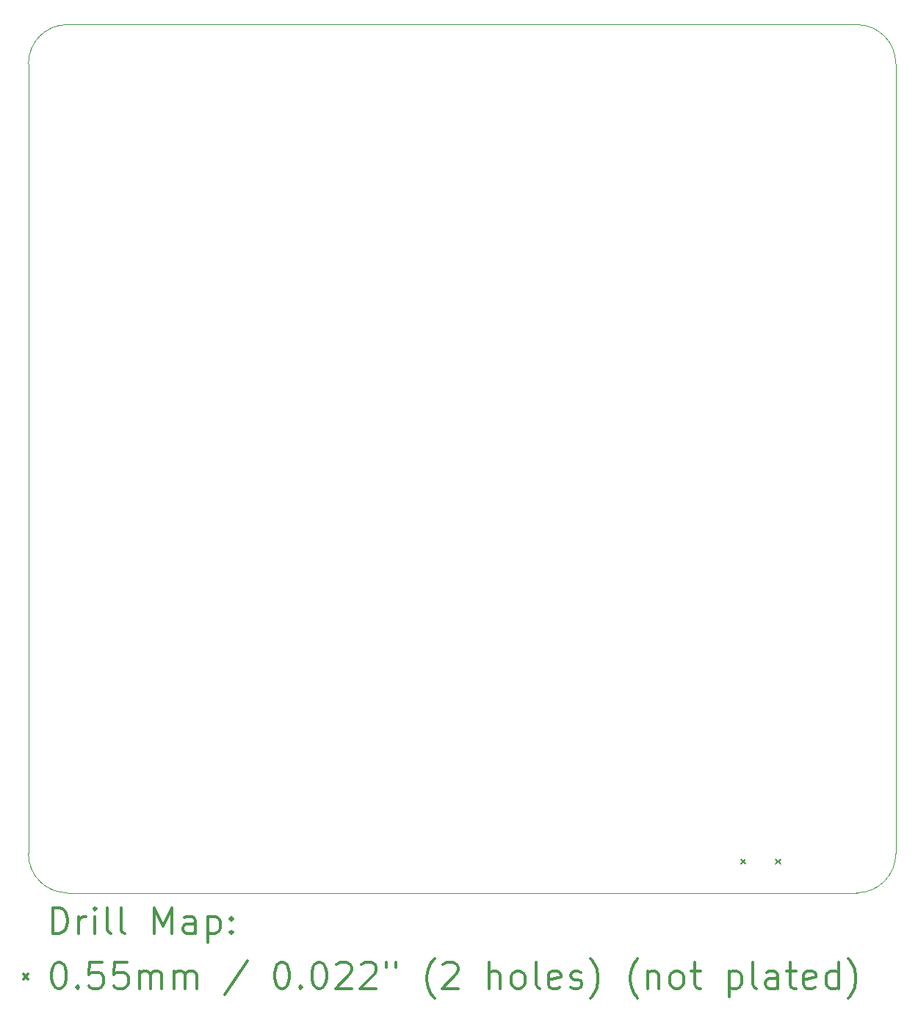
<source format=gbr>
%FSLAX45Y45*%
G04 Gerber Fmt 4.5, Leading zero omitted, Abs format (unit mm)*
G04 Created by KiCad (PCBNEW (5.1.8)-1) date 2021-07-13 16:05:35*
%MOMM*%
%LPD*%
G01*
G04 APERTURE LIST*
%TA.AperFunction,Profile*%
%ADD10C,0.100000*%
%TD*%
%ADD11C,0.200000*%
%ADD12C,0.300000*%
G04 APERTURE END LIST*
D10*
X7450000Y-15000000D02*
G75*
G02*
X7000000Y-14550000I0J450000D01*
G01*
X17000000Y-14550000D02*
G75*
G02*
X16550000Y-15000000I-450000J0D01*
G01*
X16550000Y-5000000D02*
G75*
G02*
X17000000Y-5450000I0J-450000D01*
G01*
X7000000Y-5450000D02*
G75*
G02*
X7450000Y-5000000I450000J0D01*
G01*
X7000000Y-5450000D02*
X7000000Y-14550000D01*
X16550000Y-5000000D02*
X7450000Y-5000000D01*
X17000000Y-14550000D02*
X17000000Y-5450000D01*
X7450000Y-15000030D02*
X16550000Y-15000000D01*
D11*
X15215000Y-14612500D02*
X15270000Y-14667500D01*
X15270000Y-14612500D02*
X15215000Y-14667500D01*
X15615000Y-14612500D02*
X15670000Y-14667500D01*
X15670000Y-14612500D02*
X15615000Y-14667500D01*
D12*
X7281428Y-15470744D02*
X7281428Y-15170744D01*
X7352857Y-15170744D01*
X7395714Y-15185030D01*
X7424286Y-15213601D01*
X7438571Y-15242173D01*
X7452857Y-15299316D01*
X7452857Y-15342173D01*
X7438571Y-15399316D01*
X7424286Y-15427887D01*
X7395714Y-15456459D01*
X7352857Y-15470744D01*
X7281428Y-15470744D01*
X7581428Y-15470744D02*
X7581428Y-15270744D01*
X7581428Y-15327887D02*
X7595714Y-15299316D01*
X7610000Y-15285030D01*
X7638571Y-15270744D01*
X7667143Y-15270744D01*
X7767143Y-15470744D02*
X7767143Y-15270744D01*
X7767143Y-15170744D02*
X7752857Y-15185030D01*
X7767143Y-15199316D01*
X7781428Y-15185030D01*
X7767143Y-15170744D01*
X7767143Y-15199316D01*
X7952857Y-15470744D02*
X7924286Y-15456459D01*
X7910000Y-15427887D01*
X7910000Y-15170744D01*
X8110000Y-15470744D02*
X8081428Y-15456459D01*
X8067143Y-15427887D01*
X8067143Y-15170744D01*
X8452857Y-15470744D02*
X8452857Y-15170744D01*
X8552857Y-15385030D01*
X8652857Y-15170744D01*
X8652857Y-15470744D01*
X8924286Y-15470744D02*
X8924286Y-15313601D01*
X8910000Y-15285030D01*
X8881428Y-15270744D01*
X8824286Y-15270744D01*
X8795714Y-15285030D01*
X8924286Y-15456459D02*
X8895714Y-15470744D01*
X8824286Y-15470744D01*
X8795714Y-15456459D01*
X8781428Y-15427887D01*
X8781428Y-15399316D01*
X8795714Y-15370744D01*
X8824286Y-15356459D01*
X8895714Y-15356459D01*
X8924286Y-15342173D01*
X9067143Y-15270744D02*
X9067143Y-15570744D01*
X9067143Y-15285030D02*
X9095714Y-15270744D01*
X9152857Y-15270744D01*
X9181428Y-15285030D01*
X9195714Y-15299316D01*
X9210000Y-15327887D01*
X9210000Y-15413601D01*
X9195714Y-15442173D01*
X9181428Y-15456459D01*
X9152857Y-15470744D01*
X9095714Y-15470744D01*
X9067143Y-15456459D01*
X9338571Y-15442173D02*
X9352857Y-15456459D01*
X9338571Y-15470744D01*
X9324286Y-15456459D01*
X9338571Y-15442173D01*
X9338571Y-15470744D01*
X9338571Y-15285030D02*
X9352857Y-15299316D01*
X9338571Y-15313601D01*
X9324286Y-15299316D01*
X9338571Y-15285030D01*
X9338571Y-15313601D01*
X6940000Y-15937530D02*
X6995000Y-15992530D01*
X6995000Y-15937530D02*
X6940000Y-15992530D01*
X7338571Y-15800744D02*
X7367143Y-15800744D01*
X7395714Y-15815030D01*
X7410000Y-15829316D01*
X7424286Y-15857887D01*
X7438571Y-15915030D01*
X7438571Y-15986459D01*
X7424286Y-16043601D01*
X7410000Y-16072173D01*
X7395714Y-16086459D01*
X7367143Y-16100744D01*
X7338571Y-16100744D01*
X7310000Y-16086459D01*
X7295714Y-16072173D01*
X7281428Y-16043601D01*
X7267143Y-15986459D01*
X7267143Y-15915030D01*
X7281428Y-15857887D01*
X7295714Y-15829316D01*
X7310000Y-15815030D01*
X7338571Y-15800744D01*
X7567143Y-16072173D02*
X7581428Y-16086459D01*
X7567143Y-16100744D01*
X7552857Y-16086459D01*
X7567143Y-16072173D01*
X7567143Y-16100744D01*
X7852857Y-15800744D02*
X7710000Y-15800744D01*
X7695714Y-15943601D01*
X7710000Y-15929316D01*
X7738571Y-15915030D01*
X7810000Y-15915030D01*
X7838571Y-15929316D01*
X7852857Y-15943601D01*
X7867143Y-15972173D01*
X7867143Y-16043601D01*
X7852857Y-16072173D01*
X7838571Y-16086459D01*
X7810000Y-16100744D01*
X7738571Y-16100744D01*
X7710000Y-16086459D01*
X7695714Y-16072173D01*
X8138571Y-15800744D02*
X7995714Y-15800744D01*
X7981428Y-15943601D01*
X7995714Y-15929316D01*
X8024286Y-15915030D01*
X8095714Y-15915030D01*
X8124286Y-15929316D01*
X8138571Y-15943601D01*
X8152857Y-15972173D01*
X8152857Y-16043601D01*
X8138571Y-16072173D01*
X8124286Y-16086459D01*
X8095714Y-16100744D01*
X8024286Y-16100744D01*
X7995714Y-16086459D01*
X7981428Y-16072173D01*
X8281428Y-16100744D02*
X8281428Y-15900744D01*
X8281428Y-15929316D02*
X8295714Y-15915030D01*
X8324286Y-15900744D01*
X8367143Y-15900744D01*
X8395714Y-15915030D01*
X8410000Y-15943601D01*
X8410000Y-16100744D01*
X8410000Y-15943601D02*
X8424286Y-15915030D01*
X8452857Y-15900744D01*
X8495714Y-15900744D01*
X8524286Y-15915030D01*
X8538571Y-15943601D01*
X8538571Y-16100744D01*
X8681428Y-16100744D02*
X8681428Y-15900744D01*
X8681428Y-15929316D02*
X8695714Y-15915030D01*
X8724286Y-15900744D01*
X8767143Y-15900744D01*
X8795714Y-15915030D01*
X8810000Y-15943601D01*
X8810000Y-16100744D01*
X8810000Y-15943601D02*
X8824286Y-15915030D01*
X8852857Y-15900744D01*
X8895714Y-15900744D01*
X8924286Y-15915030D01*
X8938571Y-15943601D01*
X8938571Y-16100744D01*
X9524286Y-15786459D02*
X9267143Y-16172173D01*
X9910000Y-15800744D02*
X9938571Y-15800744D01*
X9967143Y-15815030D01*
X9981428Y-15829316D01*
X9995714Y-15857887D01*
X10010000Y-15915030D01*
X10010000Y-15986459D01*
X9995714Y-16043601D01*
X9981428Y-16072173D01*
X9967143Y-16086459D01*
X9938571Y-16100744D01*
X9910000Y-16100744D01*
X9881428Y-16086459D01*
X9867143Y-16072173D01*
X9852857Y-16043601D01*
X9838571Y-15986459D01*
X9838571Y-15915030D01*
X9852857Y-15857887D01*
X9867143Y-15829316D01*
X9881428Y-15815030D01*
X9910000Y-15800744D01*
X10138571Y-16072173D02*
X10152857Y-16086459D01*
X10138571Y-16100744D01*
X10124286Y-16086459D01*
X10138571Y-16072173D01*
X10138571Y-16100744D01*
X10338571Y-15800744D02*
X10367143Y-15800744D01*
X10395714Y-15815030D01*
X10410000Y-15829316D01*
X10424286Y-15857887D01*
X10438571Y-15915030D01*
X10438571Y-15986459D01*
X10424286Y-16043601D01*
X10410000Y-16072173D01*
X10395714Y-16086459D01*
X10367143Y-16100744D01*
X10338571Y-16100744D01*
X10310000Y-16086459D01*
X10295714Y-16072173D01*
X10281428Y-16043601D01*
X10267143Y-15986459D01*
X10267143Y-15915030D01*
X10281428Y-15857887D01*
X10295714Y-15829316D01*
X10310000Y-15815030D01*
X10338571Y-15800744D01*
X10552857Y-15829316D02*
X10567143Y-15815030D01*
X10595714Y-15800744D01*
X10667143Y-15800744D01*
X10695714Y-15815030D01*
X10710000Y-15829316D01*
X10724286Y-15857887D01*
X10724286Y-15886459D01*
X10710000Y-15929316D01*
X10538571Y-16100744D01*
X10724286Y-16100744D01*
X10838571Y-15829316D02*
X10852857Y-15815030D01*
X10881428Y-15800744D01*
X10952857Y-15800744D01*
X10981428Y-15815030D01*
X10995714Y-15829316D01*
X11010000Y-15857887D01*
X11010000Y-15886459D01*
X10995714Y-15929316D01*
X10824286Y-16100744D01*
X11010000Y-16100744D01*
X11124286Y-15800744D02*
X11124286Y-15857887D01*
X11238571Y-15800744D02*
X11238571Y-15857887D01*
X11681428Y-16215030D02*
X11667143Y-16200744D01*
X11638571Y-16157887D01*
X11624286Y-16129316D01*
X11610000Y-16086459D01*
X11595714Y-16015030D01*
X11595714Y-15957887D01*
X11610000Y-15886459D01*
X11624286Y-15843601D01*
X11638571Y-15815030D01*
X11667143Y-15772173D01*
X11681428Y-15757887D01*
X11781428Y-15829316D02*
X11795714Y-15815030D01*
X11824286Y-15800744D01*
X11895714Y-15800744D01*
X11924286Y-15815030D01*
X11938571Y-15829316D01*
X11952857Y-15857887D01*
X11952857Y-15886459D01*
X11938571Y-15929316D01*
X11767143Y-16100744D01*
X11952857Y-16100744D01*
X12310000Y-16100744D02*
X12310000Y-15800744D01*
X12438571Y-16100744D02*
X12438571Y-15943601D01*
X12424286Y-15915030D01*
X12395714Y-15900744D01*
X12352857Y-15900744D01*
X12324286Y-15915030D01*
X12310000Y-15929316D01*
X12624286Y-16100744D02*
X12595714Y-16086459D01*
X12581428Y-16072173D01*
X12567143Y-16043601D01*
X12567143Y-15957887D01*
X12581428Y-15929316D01*
X12595714Y-15915030D01*
X12624286Y-15900744D01*
X12667143Y-15900744D01*
X12695714Y-15915030D01*
X12710000Y-15929316D01*
X12724286Y-15957887D01*
X12724286Y-16043601D01*
X12710000Y-16072173D01*
X12695714Y-16086459D01*
X12667143Y-16100744D01*
X12624286Y-16100744D01*
X12895714Y-16100744D02*
X12867143Y-16086459D01*
X12852857Y-16057887D01*
X12852857Y-15800744D01*
X13124286Y-16086459D02*
X13095714Y-16100744D01*
X13038571Y-16100744D01*
X13010000Y-16086459D01*
X12995714Y-16057887D01*
X12995714Y-15943601D01*
X13010000Y-15915030D01*
X13038571Y-15900744D01*
X13095714Y-15900744D01*
X13124286Y-15915030D01*
X13138571Y-15943601D01*
X13138571Y-15972173D01*
X12995714Y-16000744D01*
X13252857Y-16086459D02*
X13281428Y-16100744D01*
X13338571Y-16100744D01*
X13367143Y-16086459D01*
X13381428Y-16057887D01*
X13381428Y-16043601D01*
X13367143Y-16015030D01*
X13338571Y-16000744D01*
X13295714Y-16000744D01*
X13267143Y-15986459D01*
X13252857Y-15957887D01*
X13252857Y-15943601D01*
X13267143Y-15915030D01*
X13295714Y-15900744D01*
X13338571Y-15900744D01*
X13367143Y-15915030D01*
X13481428Y-16215030D02*
X13495714Y-16200744D01*
X13524286Y-16157887D01*
X13538571Y-16129316D01*
X13552857Y-16086459D01*
X13567143Y-16015030D01*
X13567143Y-15957887D01*
X13552857Y-15886459D01*
X13538571Y-15843601D01*
X13524286Y-15815030D01*
X13495714Y-15772173D01*
X13481428Y-15757887D01*
X14024286Y-16215030D02*
X14010000Y-16200744D01*
X13981428Y-16157887D01*
X13967143Y-16129316D01*
X13952857Y-16086459D01*
X13938571Y-16015030D01*
X13938571Y-15957887D01*
X13952857Y-15886459D01*
X13967143Y-15843601D01*
X13981428Y-15815030D01*
X14010000Y-15772173D01*
X14024286Y-15757887D01*
X14138571Y-15900744D02*
X14138571Y-16100744D01*
X14138571Y-15929316D02*
X14152857Y-15915030D01*
X14181428Y-15900744D01*
X14224286Y-15900744D01*
X14252857Y-15915030D01*
X14267143Y-15943601D01*
X14267143Y-16100744D01*
X14452857Y-16100744D02*
X14424286Y-16086459D01*
X14410000Y-16072173D01*
X14395714Y-16043601D01*
X14395714Y-15957887D01*
X14410000Y-15929316D01*
X14424286Y-15915030D01*
X14452857Y-15900744D01*
X14495714Y-15900744D01*
X14524286Y-15915030D01*
X14538571Y-15929316D01*
X14552857Y-15957887D01*
X14552857Y-16043601D01*
X14538571Y-16072173D01*
X14524286Y-16086459D01*
X14495714Y-16100744D01*
X14452857Y-16100744D01*
X14638571Y-15900744D02*
X14752857Y-15900744D01*
X14681428Y-15800744D02*
X14681428Y-16057887D01*
X14695714Y-16086459D01*
X14724286Y-16100744D01*
X14752857Y-16100744D01*
X15081428Y-15900744D02*
X15081428Y-16200744D01*
X15081428Y-15915030D02*
X15110000Y-15900744D01*
X15167143Y-15900744D01*
X15195714Y-15915030D01*
X15210000Y-15929316D01*
X15224286Y-15957887D01*
X15224286Y-16043601D01*
X15210000Y-16072173D01*
X15195714Y-16086459D01*
X15167143Y-16100744D01*
X15110000Y-16100744D01*
X15081428Y-16086459D01*
X15395714Y-16100744D02*
X15367143Y-16086459D01*
X15352857Y-16057887D01*
X15352857Y-15800744D01*
X15638571Y-16100744D02*
X15638571Y-15943601D01*
X15624286Y-15915030D01*
X15595714Y-15900744D01*
X15538571Y-15900744D01*
X15510000Y-15915030D01*
X15638571Y-16086459D02*
X15610000Y-16100744D01*
X15538571Y-16100744D01*
X15510000Y-16086459D01*
X15495714Y-16057887D01*
X15495714Y-16029316D01*
X15510000Y-16000744D01*
X15538571Y-15986459D01*
X15610000Y-15986459D01*
X15638571Y-15972173D01*
X15738571Y-15900744D02*
X15852857Y-15900744D01*
X15781428Y-15800744D02*
X15781428Y-16057887D01*
X15795714Y-16086459D01*
X15824286Y-16100744D01*
X15852857Y-16100744D01*
X16067143Y-16086459D02*
X16038571Y-16100744D01*
X15981428Y-16100744D01*
X15952857Y-16086459D01*
X15938571Y-16057887D01*
X15938571Y-15943601D01*
X15952857Y-15915030D01*
X15981428Y-15900744D01*
X16038571Y-15900744D01*
X16067143Y-15915030D01*
X16081428Y-15943601D01*
X16081428Y-15972173D01*
X15938571Y-16000744D01*
X16338571Y-16100744D02*
X16338571Y-15800744D01*
X16338571Y-16086459D02*
X16310000Y-16100744D01*
X16252857Y-16100744D01*
X16224286Y-16086459D01*
X16210000Y-16072173D01*
X16195714Y-16043601D01*
X16195714Y-15957887D01*
X16210000Y-15929316D01*
X16224286Y-15915030D01*
X16252857Y-15900744D01*
X16310000Y-15900744D01*
X16338571Y-15915030D01*
X16452857Y-16215030D02*
X16467143Y-16200744D01*
X16495714Y-16157887D01*
X16510000Y-16129316D01*
X16524286Y-16086459D01*
X16538571Y-16015030D01*
X16538571Y-15957887D01*
X16524286Y-15886459D01*
X16510000Y-15843601D01*
X16495714Y-15815030D01*
X16467143Y-15772173D01*
X16452857Y-15757887D01*
M02*

</source>
